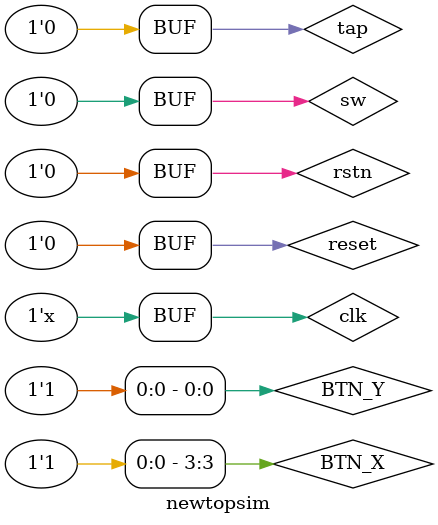
<source format=v>
`timescale 1ns / 1ps


module newtopsim;

	// Inputs
	reg clk;
	reg sw;
	reg rstn;
	reg reset;

	// Outputs
	wire SEGLED_CLK;
	wire SEGLED_DO;
	wire SEGLED_PEN;
	wire SEGLED_CLR;
	wire [11:0] rgb;
	wire vsync;
	wire hsync;

	// Bidirs
	wire [4:0] BTN_X;
	wire [3:0] BTN_Y;
	reg tap;
	assign BTN_X[3]=tap?0:1;
	assign BTN_Y[0]=tap?0:1;
	always begin
		#10;
		clk=~clk;
	end
	// Instantiate the Unit Under Test (UUT)
	top uut (
		.clk(clk), 
		.sw(sw), 
		.rstn(rstn), 
		.reset(reset), 
		.BTN_X(BTN_X), 
		.BTN_Y(BTN_Y), 
		.SEGLED_CLK(SEGLED_CLK), 
		.SEGLED_DO(SEGLED_DO), 
		.SEGLED_PEN(SEGLED_PEN), 
		.SEGLED_CLR(SEGLED_CLR), 
		.rgb(rgb), 
		.vsync(vsync), 
		.hsync(hsync)
	);

	initial begin
		// Initialize Inputs
		clk = 0;
		sw = 0;
		rstn = 0;
		reset = 0;
		tap=0;

	end
      
endmodule


</source>
